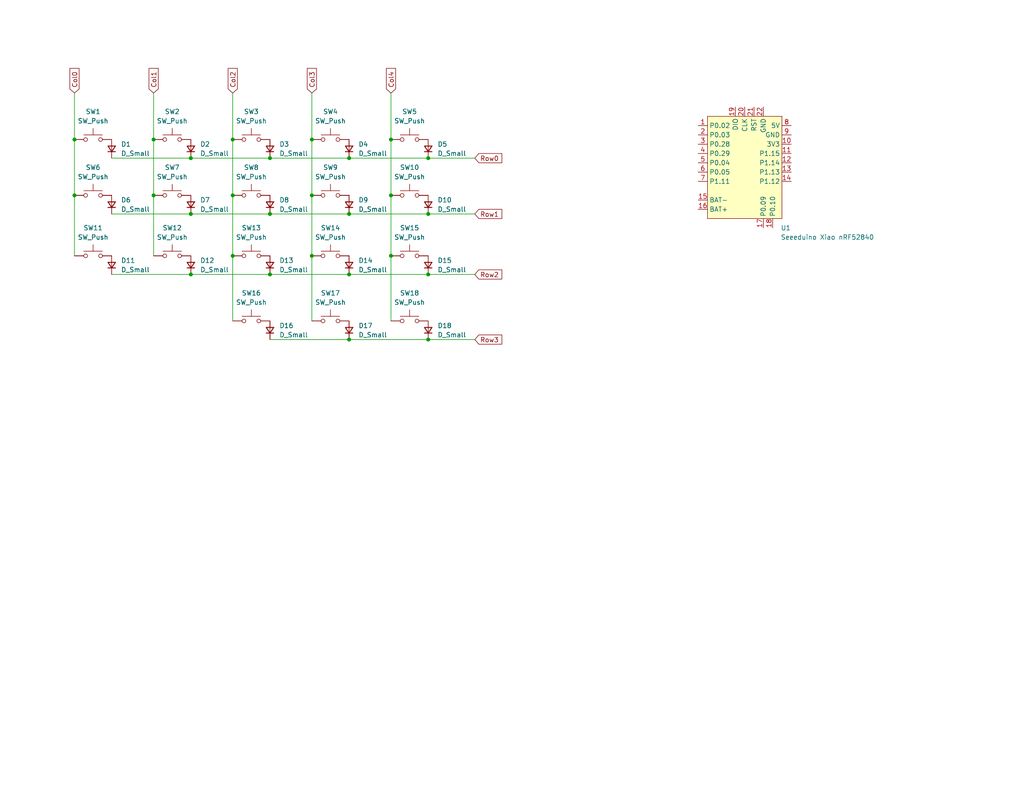
<source format=kicad_sch>
(kicad_sch (version 20231120) (generator "eeschema") (generator_version "8.0")
  (paper "USLetter")
  (lib_symbols
    (symbol "Device:D_Small" (pin_numbers hide) (pin_names (offset 0.254) hide)
      (property "Reference" "D" (at -1.27 2.032 0))
      (property "Value" "D_Small" (at -3.81 -2.032 0))
      (symbol "D_Small_0_1"
        (polyline (pts (xy -0.762 -1.016) (xy -0.762 1.016)) (stroke (width 0.254)))
        (polyline (pts (xy -0.762 0) (xy 0.762 0)))
        (polyline (pts (xy 0.762 -1.016) (xy -0.762 0) (xy 0.762 1.016) (xy 0.762 -1.016)) (stroke (width 0.254)))
      )
      (symbol "D_Small_1_1"
        (pin passive line (at -2.54 0 0) (length 1.778) (name "K") (number "1"))
        (pin passive line (at 2.54 0 180) (length 1.778) (name "A") (number "2"))
      )
    )
    (symbol "PCM_marbastlib-promicroish:Seeeduino_Xiao_nRF52840" (in_bom no)
      (property "Reference" "U" (at -10.16 -12.7 0))
      (property "Value" "Seeeduino Xiao nRF52840" (at -10.16 -15.24 0))
      (symbol "Seeeduino_Xiao_nRF52840_1_0"
        (pin bidirectional line (at -12.7 13.97 0) (length 2.54) (name "P0.02") (number "1"))
        (pin power_out line (at 12.7 8.89 180) (length 2.54) (name "3V3") (number "10"))
        (pin bidirectional line (at 12.7 6.35 180) (length 2.54) (name "P1.15") (number "11"))
        (pin bidirectional line (at 12.7 3.81 180) (length 2.54) (name "P1.14") (number "12"))
        (pin bidirectional line (at 12.7 1.27 180) (length 2.54) (name "P1.13") (number "13"))
        (pin bidirectional line (at 12.7 -1.27 180) (length 2.54) (name "P1.12") (number "14"))
        (pin power_in line (at -12.7 -6.35 0) (length 2.54) (name "BAT-") (number "15"))
        (pin power_in line (at -12.7 -8.89 0) (length 2.54) (name "BAT+") (number "16"))
        (pin bidirectional line (at 5.08 -13.97 90) (length 2.54) (name "P0.09") (number "17"))
        (pin bidirectional line (at 7.62 -13.97 90) (length 2.54) (name "P0.10") (number "18"))
        (pin bidirectional line (at -2.54 19.05 270) (length 2.54) (name "DIO") (number "19"))
        (pin bidirectional line (at -12.7 11.43 0) (length 2.54) (name "P0.03") (number "2"))
        (pin bidirectional line (at 0 19.05 270) (length 2.54) (name "CLK") (number "20"))
        (pin bidirectional line (at 2.54 19.05 270) (length 2.54) (name "RST") (number "21"))
        (pin power_out line (at 5.08 19.05 270) (length 2.54) (name "GND") (number "22"))
        (pin bidirectional line (at -12.7 8.89 0) (length 2.54) (name "P0.28") (number "3"))
        (pin bidirectional line (at -12.7 6.35 0) (length 2.54) (name "P0.29") (number "4"))
        (pin bidirectional line (at -12.7 3.81 0) (length 2.54) (name "P0.04") (number "5"))
        (pin bidirectional line (at -12.7 1.27 0) (length 2.54) (name "P0.05") (number "6"))
        (pin bidirectional line (at -12.7 -1.27 0) (length 2.54) (name "P1.11") (number "7"))
        (pin power_out line (at 12.7 13.97 180) (length 2.54) (name "5V") (number "8"))
        (pin power_out line (at 12.7 11.43 180) (length 2.54) (name "GND") (number "9"))
      )
      (symbol "Seeeduino_Xiao_nRF52840_1_1"
        (rectangle (start -10.16 16.51) (end 10.16 -11.43) (fill (type background)))
      )
    )
    (symbol "Switch:SW_Push" (pin_numbers hide) (pin_names (offset 1.016) hide)
      (property "Reference" "SW" (at 1.27 2.54 0))
      (property "Value" "SW_Push" (at 0 -1.524 0))
      (symbol "SW_Push_0_1"
        (circle (center -2.032 0) (radius 0.508))
        (polyline (pts (xy 0 1.27) (xy 0 3.048)))
        (polyline (pts (xy 2.54 1.27) (xy -2.54 1.27)))
        (circle (center 2.032 0) (radius 0.508))
        (pin passive line (at -5.08 0 0) (length 2.54) (name "1") (number "1"))
        (pin passive line (at 5.08 0 180) (length 2.54) (name "2") (number "2"))
      )
    )
  )
  (junction (at 85.09 53.34))
  (junction (at 73.66 74.93))
  (junction (at 116.84 74.93))
  (junction (at 41.91 53.34))
  (junction (at 95.25 43.18))
  (junction (at 52.07 58.42))
  (junction (at 116.84 58.42))
  (junction (at 20.32 53.34))
  (junction (at 63.5 69.85))
  (junction (at 116.84 92.71))
  (junction (at 106.68 53.34))
  (junction (at 95.25 92.71))
  (junction (at 95.25 58.42))
  (junction (at 116.84 43.18))
  (junction (at 106.68 38.1))
  (junction (at 20.32 38.1))
  (junction (at 52.07 43.18))
  (junction (at 73.66 43.18))
  (junction (at 73.66 58.42))
  (junction (at 41.91 38.1))
  (junction (at 85.09 38.1))
  (junction (at 106.68 69.85))
  (junction (at 85.09 69.85))
  (junction (at 52.07 74.93))
  (junction (at 63.5 38.1))
  (junction (at 95.25 74.93))
  (junction (at 63.5 53.34))
  (wire (pts (xy 73.66 43.18) (xy 95.25 43.18)))
  (wire (pts (xy 73.66 74.93) (xy 95.25 74.93)))
  (wire (pts (xy 85.09 25.4) (xy 85.09 38.1)))
  (wire (pts (xy 41.91 38.1) (xy 41.91 53.34)))
  (wire (pts (xy 73.66 92.71) (xy 95.25 92.71)))
  (wire (pts (xy 95.25 74.93) (xy 116.84 74.93)))
  (wire (pts (xy 129.54 58.42) (xy 116.84 58.42)))
  (wire (pts (xy 52.07 43.18) (xy 73.66 43.18)))
  (wire (pts (xy 129.54 43.18) (xy 116.84 43.18)))
  (wire (pts (xy 52.07 74.93) (xy 73.66 74.93)))
  (wire (pts (xy 30.48 58.42) (xy 52.07 58.42)))
  (wire (pts (xy 106.68 38.1) (xy 106.68 53.34)))
  (wire (pts (xy 95.25 58.42) (xy 116.84 58.42)))
  (wire (pts (xy 63.5 69.85) (xy 63.5 87.63)))
  (wire (pts (xy 63.5 53.34) (xy 63.5 69.85)))
  (wire (pts (xy 85.09 38.1) (xy 85.09 53.34)))
  (wire (pts (xy 30.48 74.93) (xy 52.07 74.93)))
  (wire (pts (xy 41.91 53.34) (xy 41.91 69.85)))
  (wire (pts (xy 85.09 69.85) (xy 85.09 87.63)))
  (wire (pts (xy 63.5 25.4) (xy 63.5 38.1)))
  (wire (pts (xy 106.68 25.4) (xy 106.68 38.1)))
  (wire (pts (xy 30.48 43.18) (xy 52.07 43.18)))
  (wire (pts (xy 129.54 92.71) (xy 116.84 92.71)))
  (wire (pts (xy 20.32 25.4) (xy 20.32 38.1)))
  (wire (pts (xy 52.07 58.42) (xy 73.66 58.42)))
  (wire (pts (xy 85.09 53.34) (xy 85.09 69.85)))
  (wire (pts (xy 106.68 69.85) (xy 106.68 87.63)))
  (wire (pts (xy 63.5 38.1) (xy 63.5 53.34)))
  (wire (pts (xy 73.66 58.42) (xy 95.25 58.42)))
  (wire (pts (xy 41.91 25.4) (xy 41.91 38.1)))
  (wire (pts (xy 95.25 92.71) (xy 116.84 92.71)))
  (wire (pts (xy 20.32 53.34) (xy 20.32 69.85)))
  (wire (pts (xy 129.54 74.93) (xy 116.84 74.93)))
  (wire (pts (xy 95.25 43.18) (xy 116.84 43.18)))
  (wire (pts (xy 106.68 53.34) (xy 106.68 69.85)))
  (wire (pts (xy 20.32 38.1) (xy 20.32 53.34)))
  (global_label "Row2" (shape input) (at 129.54 74.93 0) (property "Intersheetrefs" "${INTERSHEET_REFS}" (effects (hide yes))))
  (global_label "Row0" (shape input) (at 129.54 43.18 0) (property "Intersheetrefs" "${INTERSHEET_REFS}" (effects (hide yes))))
  (global_label "Col0" (shape input) (at 20.32 25.4 90) (property "Intersheetrefs" "${INTERSHEET_REFS}" (effects (hide yes))))
  (global_label "Row3" (shape input) (at 129.54 92.71 0) (property "Intersheetrefs" "${INTERSHEET_REFS}" (effects (hide yes))))
  (global_label "Col4" (shape input) (at 106.68 25.4 90) (property "Intersheetrefs" "${INTERSHEET_REFS}" (effects (hide yes))))
  (global_label "Row1" (shape input) (at 129.54 58.42 0) (property "Intersheetrefs" "${INTERSHEET_REFS}" (effects (hide yes))))
  (global_label "Col2" (shape input) (at 63.5 25.4 90) (property "Intersheetrefs" "${INTERSHEET_REFS}" (effects (hide yes))))
  (global_label "Col1" (shape input) (at 41.91 25.4 90) (property "Intersheetrefs" "${INTERSHEET_REFS}" (effects (hide yes))))
  (global_label "Col3" (shape input) (at 85.09 25.4 90) (property "Intersheetrefs" "${INTERSHEET_REFS}" (effects (hide yes))))
  (symbol (lib_id "Device:D_Small") (at 73.66 40.64 90) (unit 1)
    (property "Reference" "D3" (at 76.2 39.3699 90) (effects (justify right)))
    (property "Value" "D_Small" (at 76.2 41.9099 90) (effects (justify right)))
    (property "Description" "Diode, small symbol" (effects (hide yes)))
    (property "Sim.Device" "D" (effects (hide yes)))
    (property "Sim.Pins" "1=K 2=A" (effects (hide yes)))
  )
  (symbol (lib_id "Device:D_Small") (at 73.66 72.39 90) (unit 1)
    (property "Reference" "D13" (at 76.2 71.1199 90) (effects (justify right)))
    (property "Value" "D_Small" (at 76.2 73.6599 90) (effects (justify right)))
    (property "Description" "Diode, small symbol" (effects (hide yes)))
    (property "Sim.Device" "D" (effects (hide yes)))
    (property "Sim.Pins" "1=K 2=A" (effects (hide yes)))
  )
  (symbol (lib_id "Device:D_Small") (at 116.84 55.88 90) (unit 1)
    (property "Reference" "D10" (at 119.38 54.6099 90) (effects (justify right)))
    (property "Value" "D_Small" (at 119.38 57.1499 90) (effects (justify right)))
    (property "Description" "Diode, small symbol" (effects (hide yes)))
    (property "Sim.Device" "D" (effects (hide yes)))
    (property "Sim.Pins" "1=K 2=A" (effects (hide yes)))
  )
  (symbol (lib_id "Switch:SW_Push") (at 68.58 53.34 0) (unit 1)
    (property "Reference" "SW8" (at 68.58 45.72 0))
    (property "Value" "SW_Push" (at 68.58 48.26 0))
    (property "Description" "Push button switch, generic, two pins" (effects (hide yes)))
  )
  (symbol (lib_id "Device:D_Small") (at 95.25 55.88 90) (unit 1)
    (property "Reference" "D9" (at 97.79 54.6099 90) (effects (justify right)))
    (property "Value" "D_Small" (at 97.79 57.1499 90) (effects (justify right)))
    (property "Description" "Diode, small symbol" (effects (hide yes)))
    (property "Sim.Device" "D" (effects (hide yes)))
    (property "Sim.Pins" "1=K 2=A" (effects (hide yes)))
  )
  (symbol (lib_id "Switch:SW_Push") (at 111.76 53.34 0) (unit 1)
    (property "Reference" "SW10" (at 111.76 45.72 0))
    (property "Value" "SW_Push" (at 111.76 48.26 0))
    (property "Description" "Push button switch, generic, two pins" (effects (hide yes)))
  )
  (symbol (lib_id "Device:D_Small") (at 95.25 90.17 90) (unit 1)
    (property "Reference" "D17" (at 97.79 88.8999 90) (effects (justify right)))
    (property "Value" "D_Small" (at 97.79 91.4399 90) (effects (justify right)))
    (property "Description" "Diode, small symbol" (effects (hide yes)))
    (property "Sim.Device" "D" (effects (hide yes)))
    (property "Sim.Pins" "1=K 2=A" (effects (hide yes)))
  )
  (symbol (lib_id "Switch:SW_Push") (at 90.17 69.85 0) (unit 1)
    (property "Reference" "SW14" (at 90.17 62.23 0))
    (property "Value" "SW_Push" (at 90.17 64.77 0))
    (property "Description" "Push button switch, generic, two pins" (effects (hide yes)))
  )
  (symbol (lib_id "Switch:SW_Push") (at 90.17 53.34 0) (unit 1)
    (property "Reference" "SW9" (at 90.17 45.72 0))
    (property "Value" "SW_Push" (at 90.17 48.26 0))
    (property "Description" "Push button switch, generic, two pins" (effects (hide yes)))
  )
  (symbol (lib_id "Switch:SW_Push") (at 46.99 69.85 0) (unit 1)
    (property "Reference" "SW12" (at 46.99 62.23 0))
    (property "Value" "SW_Push" (at 46.99 64.77 0))
    (property "Description" "Push button switch, generic, two pins" (effects (hide yes)))
  )
  (symbol (lib_id "Switch:SW_Push") (at 68.58 38.1 0) (unit 1)
    (property "Reference" "SW3" (at 68.58 30.48 0))
    (property "Value" "SW_Push" (at 68.58 33.02 0))
    (property "Description" "Push button switch, generic, two pins" (effects (hide yes)))
  )
  (symbol (lib_id "Device:D_Small") (at 116.84 90.17 90) (unit 1)
    (property "Reference" "D18" (at 119.38 88.8999 90) (effects (justify right)))
    (property "Value" "D_Small" (at 119.38 91.4399 90) (effects (justify right)))
    (property "Description" "Diode, small symbol" (effects (hide yes)))
    (property "Sim.Device" "D" (effects (hide yes)))
    (property "Sim.Pins" "1=K 2=A" (effects (hide yes)))
  )
  (symbol (lib_id "Device:D_Small") (at 30.48 40.64 90) (unit 1)
    (property "Reference" "D1" (at 33.02 39.3699 90) (effects (justify right)))
    (property "Value" "D_Small" (at 33.02 41.9099 90) (effects (justify right)))
    (property "Description" "Diode, small symbol" (effects (hide yes)))
    (property "Sim.Device" "D" (effects (hide yes)))
    (property "Sim.Pins" "1=K 2=A" (effects (hide yes)))
  )
  (symbol (lib_id "Device:D_Small") (at 52.07 55.88 90) (unit 1)
    (property "Reference" "D7" (at 54.61 54.6099 90) (effects (justify right)))
    (property "Value" "D_Small" (at 54.61 57.1499 90) (effects (justify right)))
    (property "Description" "Diode, small symbol" (effects (hide yes)))
    (property "Sim.Device" "D" (effects (hide yes)))
    (property "Sim.Pins" "1=K 2=A" (effects (hide yes)))
  )
  (symbol (lib_id "Switch:SW_Push") (at 90.17 87.63 0) (unit 1)
    (property "Reference" "SW17" (at 90.17 80.01 0))
    (property "Value" "SW_Push" (at 90.17 82.55 0))
    (property "Description" "Push button switch, generic, two pins" (effects (hide yes)))
  )
  (symbol (lib_id "Switch:SW_Push") (at 25.4 38.1 0) (unit 1)
    (property "Reference" "SW1" (at 25.4 30.48 0))
    (property "Value" "SW_Push" (at 25.4 33.02 0))
    (property "Description" "Push button switch, generic, two pins" (effects (hide yes)))
  )
  (symbol (lib_id "Device:D_Small") (at 30.48 55.88 90) (unit 1)
    (property "Reference" "D6" (at 33.02 54.6099 90) (effects (justify right)))
    (property "Value" "D_Small" (at 33.02 57.1499 90) (effects (justify right)))
    (property "Description" "Diode, small symbol" (effects (hide yes)))
    (property "Sim.Device" "D" (effects (hide yes)))
    (property "Sim.Pins" "1=K 2=A" (effects (hide yes)))
  )
  (symbol (lib_id "Switch:SW_Push") (at 46.99 38.1 0) (unit 1)
    (property "Reference" "SW2" (at 46.99 30.48 0))
    (property "Value" "SW_Push" (at 46.99 33.02 0))
    (property "Description" "Push button switch, generic, two pins" (effects (hide yes)))
  )
  (symbol (lib_id "Device:D_Small") (at 95.25 72.39 90) (unit 1)
    (property "Reference" "D14" (at 97.79 71.1199 90) (effects (justify right)))
    (property "Value" "D_Small" (at 97.79 73.6599 90) (effects (justify right)))
    (property "Description" "Diode, small symbol" (effects (hide yes)))
    (property "Sim.Device" "D" (effects (hide yes)))
    (property "Sim.Pins" "1=K 2=A" (effects (hide yes)))
  )
  (symbol (lib_id "Switch:SW_Push") (at 111.76 38.1 0) (unit 1)
    (property "Reference" "SW5" (at 111.76 30.48 0))
    (property "Value" "SW_Push" (at 111.76 33.02 0))
    (property "Description" "Push button switch, generic, two pins" (effects (hide yes)))
  )
  (symbol (lib_id "Switch:SW_Push") (at 25.4 53.34 0) (unit 1)
    (property "Reference" "SW6" (at 25.4 45.72 0))
    (property "Value" "SW_Push" (at 25.4 48.26 0))
    (property "Description" "Push button switch, generic, two pins" (effects (hide yes)))
  )
  (symbol (lib_id "Device:D_Small") (at 52.07 72.39 90) (unit 1)
    (property "Reference" "D12" (at 54.61 71.1199 90) (effects (justify right)))
    (property "Value" "D_Small" (at 54.61 73.6599 90) (effects (justify right)))
    (property "Description" "Diode, small symbol" (effects (hide yes)))
    (property "Sim.Device" "D" (effects (hide yes)))
    (property "Sim.Pins" "1=K 2=A" (effects (hide yes)))
  )
  (symbol (lib_id "Switch:SW_Push") (at 68.58 87.63 0) (unit 1)
    (property "Reference" "SW16" (at 68.58 80.01 0))
    (property "Value" "SW_Push" (at 68.58 82.55 0))
    (property "Description" "Push button switch, generic, two pins" (effects (hide yes)))
  )
  (symbol (lib_id "Switch:SW_Push") (at 111.76 69.85 0) (unit 1)
    (property "Reference" "SW15" (at 111.76 62.23 0))
    (property "Value" "SW_Push" (at 111.76 64.77 0))
    (property "Description" "Push button switch, generic, two pins" (effects (hide yes)))
  )
  (symbol (lib_id "Switch:SW_Push") (at 46.99 53.34 0) (unit 1)
    (property "Reference" "SW7" (at 46.99 45.72 0))
    (property "Value" "SW_Push" (at 46.99 48.26 0))
    (property "Description" "Push button switch, generic, two pins" (effects (hide yes)))
  )
  (symbol (lib_id "Device:D_Small") (at 95.25 40.64 90) (unit 1)
    (property "Reference" "D4" (at 97.79 39.3699 90) (effects (justify right)))
    (property "Value" "D_Small" (at 97.79 41.9099 90) (effects (justify right)))
    (property "Description" "Diode, small symbol" (effects (hide yes)))
    (property "Sim.Device" "D" (effects (hide yes)))
    (property "Sim.Pins" "1=K 2=A" (effects (hide yes)))
  )
  (symbol (lib_id "Device:D_Small") (at 30.48 72.39 90) (unit 1)
    (property "Reference" "D11" (at 33.02 71.1199 90) (effects (justify right)))
    (property "Value" "D_Small" (at 33.02 73.6599 90) (effects (justify right)))
    (property "Description" "Diode, small symbol" (effects (hide yes)))
    (property "Sim.Device" "D" (effects (hide yes)))
    (property "Sim.Pins" "1=K 2=A" (effects (hide yes)))
  )
  (symbol (lib_id "Device:D_Small") (at 116.84 40.64 90) (unit 1)
    (property "Reference" "D5" (at 119.38 39.3699 90) (effects (justify right)))
    (property "Value" "D_Small" (at 119.38 41.9099 90) (effects (justify right)))
    (property "Description" "Diode, small symbol" (effects (hide yes)))
    (property "Sim.Device" "D" (effects (hide yes)))
    (property "Sim.Pins" "1=K 2=A" (effects (hide yes)))
  )
  (symbol (lib_id "Device:D_Small") (at 52.07 40.64 90) (unit 1)
    (property "Reference" "D2" (at 54.61 39.3699 90) (effects (justify right)))
    (property "Value" "D_Small" (at 54.61 41.9099 90) (effects (justify right)))
    (property "Description" "Diode, small symbol" (effects (hide yes)))
    (property "Sim.Device" "D" (effects (hide yes)))
    (property "Sim.Pins" "1=K 2=A" (effects (hide yes)))
  )
  (symbol (lib_id "Device:D_Small") (at 116.84 72.39 90) (unit 1)
    (property "Reference" "D15" (at 119.38 71.1199 90) (effects (justify right)))
    (property "Value" "D_Small" (at 119.38 73.6599 90) (effects (justify right)))
    (property "Description" "Diode, small symbol" (effects (hide yes)))
    (property "Sim.Device" "D" (effects (hide yes)))
    (property "Sim.Pins" "1=K 2=A" (effects (hide yes)))
  )
  (symbol (lib_id "Switch:SW_Push") (at 25.4 69.85 0) (unit 1)
    (property "Reference" "SW11" (at 25.4 62.23 0))
    (property "Value" "SW_Push" (at 25.4 64.77 0))
    (property "Description" "Push button switch, generic, two pins" (effects (hide yes)))
  )
  (symbol (lib_id "PCM_marbastlib-promicroish:Seeeduino_Xiao_nRF52840") (at 203.2 48.26 0) (unit 1) (in_bom no)
    (property "Reference" "U1" (at 213.0141 62.23 0) (effects (justify left)))
    (property "Value" "Seeeduino Xiao nRF52840" (at 213.0141 64.77 0) (effects (justify left)))
    (property "Footprint" "PCM_marbastlib-xp-promicroish:Xiao_nRF52840_ACH" (effects (hide yes)))
    (property "Description" "Symbol for a Seeeduino Xiao nRF52840" (effects (hide yes)))
  )
  (symbol (lib_id "Switch:SW_Push") (at 111.76 87.63 0) (unit 1)
    (property "Reference" "SW18" (at 111.76 80.01 0))
    (property "Value" "SW_Push" (at 111.76 82.55 0))
    (property "Description" "Push button switch, generic, two pins" (effects (hide yes)))
  )
  (symbol (lib_id "Switch:SW_Push") (at 68.58 69.85 0) (unit 1)
    (property "Reference" "SW13" (at 68.58 62.23 0))
    (property "Value" "SW_Push" (at 68.58 64.77 0))
    (property "Description" "Push button switch, generic, two pins" (effects (hide yes)))
  )
  (symbol (lib_id "Switch:SW_Push") (at 90.17 38.1 0) (unit 1)
    (property "Reference" "SW4" (at 90.17 30.48 0))
    (property "Value" "SW_Push" (at 90.17 33.02 0))
    (property "Description" "Push button switch, generic, two pins" (effects (hide yes)))
  )
  (symbol (lib_id "Device:D_Small") (at 73.66 55.88 90) (unit 1)
    (property "Reference" "D8" (at 76.2 54.6099 90) (effects (justify right)))
    (property "Value" "D_Small" (at 76.2 57.1499 90) (effects (justify right)))
    (property "Description" "Diode, small symbol" (effects (hide yes)))
    (property "Sim.Device" "D" (effects (hide yes)))
    (property "Sim.Pins" "1=K 2=A" (effects (hide yes)))
  )
  (symbol (lib_id "Device:D_Small") (at 73.66 90.17 90) (unit 1)
    (property "Reference" "D16" (at 76.2 88.8999 90) (effects (justify right)))
    (property "Value" "D_Small" (at 76.2 91.4399 90) (effects (justify right)))
    (property "Description" "Diode, small symbol" (effects (hide yes)))
    (property "Sim.Device" "D" (effects (hide yes)))
    (property "Sim.Pins" "1=K 2=A" (effects (hide yes)))
  )
)
</source>
